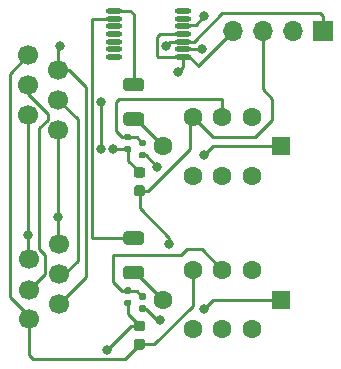
<source format=gbr>
%TF.GenerationSoftware,KiCad,Pcbnew,(5.1.9-0-10_14)*%
%TF.CreationDate,2021-07-01T16:45:12-07:00*%
%TF.ProjectId,vantroller_v5_display,76616e74-726f-46c6-9c65-725f76355f64,rev?*%
%TF.SameCoordinates,Original*%
%TF.FileFunction,Copper,L1,Top*%
%TF.FilePolarity,Positive*%
%FSLAX46Y46*%
G04 Gerber Fmt 4.6, Leading zero omitted, Abs format (unit mm)*
G04 Created by KiCad (PCBNEW (5.1.9-0-10_14)) date 2021-07-01 16:45:12*
%MOMM*%
%LPD*%
G01*
G04 APERTURE LIST*
%TA.AperFunction,SMDPad,CuDef*%
%ADD10O,1.400000X0.449999*%
%TD*%
%TA.AperFunction,ComponentPad*%
%ADD11C,1.600000*%
%TD*%
%TA.AperFunction,ComponentPad*%
%ADD12R,1.600000X1.600000*%
%TD*%
%TA.AperFunction,ComponentPad*%
%ADD13O,1.700000X1.700000*%
%TD*%
%TA.AperFunction,ComponentPad*%
%ADD14R,1.700000X1.700000*%
%TD*%
%TA.AperFunction,ComponentPad*%
%ADD15C,1.700000*%
%TD*%
%TA.AperFunction,ViaPad*%
%ADD16C,0.800000*%
%TD*%
%TA.AperFunction,Conductor*%
%ADD17C,0.250000*%
%TD*%
G04 APERTURE END LIST*
D10*
%TO.P,U1,1*%
%TO.N,+3V3*%
X76950002Y-34700001D03*
%TO.P,U1,2*%
%TO.N,/SCL*%
X76950002Y-34050000D03*
%TO.P,U1,3*%
%TO.N,/SDA*%
X76950002Y-33400001D03*
%TO.P,U1,4*%
%TO.N,+3V3*%
X76950002Y-32750000D03*
%TO.P,U1,5*%
%TO.N,GND*%
X76950002Y-32100001D03*
%TO.P,U1,6*%
%TO.N,Net-(U1-Pad6)*%
X76950002Y-31450000D03*
%TO.P,U1,7*%
%TO.N,Net-(U1-Pad7)*%
X76950002Y-30800001D03*
%TO.P,U1,8*%
%TO.N,/BUTTON1_LED*%
X71050001Y-30800001D03*
%TO.P,U1,9*%
%TO.N,/BUTTON2_LED*%
X71050001Y-31450000D03*
%TO.P,U1,10*%
%TO.N,Net-(U1-Pad10)*%
X71050001Y-32100001D03*
%TO.P,U1,11*%
%TO.N,Net-(U1-Pad11)*%
X71050001Y-32750000D03*
%TO.P,U1,12*%
%TO.N,Net-(U1-Pad12)*%
X71050001Y-33400001D03*
%TO.P,U1,13*%
%TO.N,Net-(U1-Pad13)*%
X71050001Y-34050000D03*
%TO.P,U1,14*%
%TO.N,Net-(U1-Pad14)*%
X71050001Y-34700001D03*
%TD*%
D11*
%TO.P,S2,1*%
%TO.N,Net-(S2-Pad1)*%
X82750000Y-52750000D03*
%TO.P,S2,2*%
%TO.N,Net-(R5-Pad1)*%
X80250000Y-52750000D03*
%TO.P,S2,3*%
%TO.N,GND*%
X77750000Y-52750000D03*
%TO.P,S2,4*%
%TO.N,Net-(S2-Pad4)*%
X82750000Y-57750000D03*
%TO.P,S2,5*%
%TO.N,Net-(S2-Pad5)*%
X80250000Y-57750000D03*
%TO.P,S2,6*%
%TO.N,Net-(S2-Pad6)*%
X77750000Y-57750000D03*
D12*
%TO.P,S2,L1*%
%TO.N,+3V3*%
X85250000Y-55250000D03*
D11*
%TO.P,S2,L2*%
%TO.N,Net-(R4-Pad2)*%
X75250000Y-55250000D03*
%TD*%
%TO.P,S1,1*%
%TO.N,Net-(S1-Pad1)*%
X82750000Y-39750000D03*
%TO.P,S1,2*%
%TO.N,Net-(R2-Pad1)*%
X80250000Y-39750000D03*
%TO.P,S1,3*%
%TO.N,GND*%
X77750000Y-39750000D03*
%TO.P,S1,4*%
%TO.N,Net-(S1-Pad4)*%
X82750000Y-44750000D03*
%TO.P,S1,5*%
%TO.N,Net-(S1-Pad5)*%
X80250000Y-44750000D03*
%TO.P,S1,6*%
%TO.N,Net-(S1-Pad6)*%
X77750000Y-44750000D03*
D12*
%TO.P,S1,L1*%
%TO.N,+3V3*%
X85250000Y-42250000D03*
D11*
%TO.P,S1,L2*%
%TO.N,Net-(R1-Pad2)*%
X75250000Y-42250000D03*
%TD*%
%TO.P,R6,2*%
%TO.N,Net-(R5-Pad1)*%
%TA.AperFunction,SMDPad,CuDef*%
G36*
G01*
X72435000Y-54760000D02*
X72065000Y-54760000D01*
G75*
G02*
X71930000Y-54625000I0J135000D01*
G01*
X71930000Y-54355000D01*
G75*
G02*
X72065000Y-54220000I135000J0D01*
G01*
X72435000Y-54220000D01*
G75*
G02*
X72570000Y-54355000I0J-135000D01*
G01*
X72570000Y-54625000D01*
G75*
G02*
X72435000Y-54760000I-135000J0D01*
G01*
G37*
%TD.AperFunction*%
%TO.P,R6,1*%
%TO.N,/BUTTON2*%
%TA.AperFunction,SMDPad,CuDef*%
G36*
G01*
X72435000Y-55780000D02*
X72065000Y-55780000D01*
G75*
G02*
X71930000Y-55645000I0J135000D01*
G01*
X71930000Y-55375000D01*
G75*
G02*
X72065000Y-55240000I135000J0D01*
G01*
X72435000Y-55240000D01*
G75*
G02*
X72570000Y-55375000I0J-135000D01*
G01*
X72570000Y-55645000D01*
G75*
G02*
X72435000Y-55780000I-135000J0D01*
G01*
G37*
%TD.AperFunction*%
%TD*%
%TO.P,R5,2*%
%TO.N,+3V3*%
%TA.AperFunction,SMDPad,CuDef*%
G36*
G01*
X73315000Y-55740000D02*
X73685000Y-55740000D01*
G75*
G02*
X73820000Y-55875000I0J-135000D01*
G01*
X73820000Y-56145000D01*
G75*
G02*
X73685000Y-56280000I-135000J0D01*
G01*
X73315000Y-56280000D01*
G75*
G02*
X73180000Y-56145000I0J135000D01*
G01*
X73180000Y-55875000D01*
G75*
G02*
X73315000Y-55740000I135000J0D01*
G01*
G37*
%TD.AperFunction*%
%TO.P,R5,1*%
%TO.N,Net-(R5-Pad1)*%
%TA.AperFunction,SMDPad,CuDef*%
G36*
G01*
X73315000Y-54720000D02*
X73685000Y-54720000D01*
G75*
G02*
X73820000Y-54855000I0J-135000D01*
G01*
X73820000Y-55125000D01*
G75*
G02*
X73685000Y-55260000I-135000J0D01*
G01*
X73315000Y-55260000D01*
G75*
G02*
X73180000Y-55125000I0J135000D01*
G01*
X73180000Y-54855000D01*
G75*
G02*
X73315000Y-54720000I135000J0D01*
G01*
G37*
%TD.AperFunction*%
%TD*%
%TO.P,R4,2*%
%TO.N,Net-(R4-Pad2)*%
%TA.AperFunction,SMDPad,CuDef*%
G36*
G01*
X72124999Y-52400000D02*
X73375001Y-52400000D01*
G75*
G02*
X73625000Y-52649999I0J-249999D01*
G01*
X73625000Y-53275001D01*
G75*
G02*
X73375001Y-53525000I-249999J0D01*
G01*
X72124999Y-53525000D01*
G75*
G02*
X71875000Y-53275001I0J249999D01*
G01*
X71875000Y-52649999D01*
G75*
G02*
X72124999Y-52400000I249999J0D01*
G01*
G37*
%TD.AperFunction*%
%TO.P,R4,1*%
%TO.N,/BUTTON2_LED*%
%TA.AperFunction,SMDPad,CuDef*%
G36*
G01*
X72124999Y-49475000D02*
X73375001Y-49475000D01*
G75*
G02*
X73625000Y-49724999I0J-249999D01*
G01*
X73625000Y-50350001D01*
G75*
G02*
X73375001Y-50600000I-249999J0D01*
G01*
X72124999Y-50600000D01*
G75*
G02*
X71875000Y-50350001I0J249999D01*
G01*
X71875000Y-49724999D01*
G75*
G02*
X72124999Y-49475000I249999J0D01*
G01*
G37*
%TD.AperFunction*%
%TD*%
%TO.P,R3,2*%
%TO.N,Net-(R2-Pad1)*%
%TA.AperFunction,SMDPad,CuDef*%
G36*
G01*
X72435000Y-41760000D02*
X72065000Y-41760000D01*
G75*
G02*
X71930000Y-41625000I0J135000D01*
G01*
X71930000Y-41355000D01*
G75*
G02*
X72065000Y-41220000I135000J0D01*
G01*
X72435000Y-41220000D01*
G75*
G02*
X72570000Y-41355000I0J-135000D01*
G01*
X72570000Y-41625000D01*
G75*
G02*
X72435000Y-41760000I-135000J0D01*
G01*
G37*
%TD.AperFunction*%
%TO.P,R3,1*%
%TO.N,/BUTTON1*%
%TA.AperFunction,SMDPad,CuDef*%
G36*
G01*
X72435000Y-42780000D02*
X72065000Y-42780000D01*
G75*
G02*
X71930000Y-42645000I0J135000D01*
G01*
X71930000Y-42375000D01*
G75*
G02*
X72065000Y-42240000I135000J0D01*
G01*
X72435000Y-42240000D01*
G75*
G02*
X72570000Y-42375000I0J-135000D01*
G01*
X72570000Y-42645000D01*
G75*
G02*
X72435000Y-42780000I-135000J0D01*
G01*
G37*
%TD.AperFunction*%
%TD*%
%TO.P,R2,2*%
%TO.N,+3V3*%
%TA.AperFunction,SMDPad,CuDef*%
G36*
G01*
X73315000Y-42740000D02*
X73685000Y-42740000D01*
G75*
G02*
X73820000Y-42875000I0J-135000D01*
G01*
X73820000Y-43145000D01*
G75*
G02*
X73685000Y-43280000I-135000J0D01*
G01*
X73315000Y-43280000D01*
G75*
G02*
X73180000Y-43145000I0J135000D01*
G01*
X73180000Y-42875000D01*
G75*
G02*
X73315000Y-42740000I135000J0D01*
G01*
G37*
%TD.AperFunction*%
%TO.P,R2,1*%
%TO.N,Net-(R2-Pad1)*%
%TA.AperFunction,SMDPad,CuDef*%
G36*
G01*
X73315000Y-41720000D02*
X73685000Y-41720000D01*
G75*
G02*
X73820000Y-41855000I0J-135000D01*
G01*
X73820000Y-42125000D01*
G75*
G02*
X73685000Y-42260000I-135000J0D01*
G01*
X73315000Y-42260000D01*
G75*
G02*
X73180000Y-42125000I0J135000D01*
G01*
X73180000Y-41855000D01*
G75*
G02*
X73315000Y-41720000I135000J0D01*
G01*
G37*
%TD.AperFunction*%
%TD*%
%TO.P,R1,2*%
%TO.N,Net-(R1-Pad2)*%
%TA.AperFunction,SMDPad,CuDef*%
G36*
G01*
X72124999Y-39400000D02*
X73375001Y-39400000D01*
G75*
G02*
X73625000Y-39649999I0J-249999D01*
G01*
X73625000Y-40275001D01*
G75*
G02*
X73375001Y-40525000I-249999J0D01*
G01*
X72124999Y-40525000D01*
G75*
G02*
X71875000Y-40275001I0J249999D01*
G01*
X71875000Y-39649999D01*
G75*
G02*
X72124999Y-39400000I249999J0D01*
G01*
G37*
%TD.AperFunction*%
%TO.P,R1,1*%
%TO.N,/BUTTON1_LED*%
%TA.AperFunction,SMDPad,CuDef*%
G36*
G01*
X72124999Y-36475000D02*
X73375001Y-36475000D01*
G75*
G02*
X73625000Y-36724999I0J-249999D01*
G01*
X73625000Y-37350001D01*
G75*
G02*
X73375001Y-37600000I-249999J0D01*
G01*
X72124999Y-37600000D01*
G75*
G02*
X71875000Y-37350001I0J249999D01*
G01*
X71875000Y-36724999D01*
G75*
G02*
X72124999Y-36475000I249999J0D01*
G01*
G37*
%TD.AperFunction*%
%TD*%
D13*
%TO.P,J3,4*%
%TO.N,+3V3*%
X81130000Y-32500000D03*
%TO.P,J3,3*%
%TO.N,GND*%
X83670000Y-32500000D03*
%TO.P,J3,2*%
%TO.N,/SCL*%
X86210000Y-32500000D03*
D14*
%TO.P,J3,1*%
%TO.N,/SDA*%
X88750000Y-32500000D03*
%TD*%
D15*
%TO.P,J2,6*%
%TO.N,+3V3*%
X66440000Y-50575000D03*
%TO.P,J2,4*%
%TO.N,/BUTTON1*%
X66440000Y-53115000D03*
%TO.P,J2,2*%
%TO.N,/SDA*%
X66440000Y-55655000D03*
%TO.P,J2,5*%
%TO.N,/BUTTON2*%
X63900000Y-51845000D03*
%TO.P,J2,3*%
%TO.N,/SCL*%
X63900000Y-54405000D03*
%TO.P,J2,1*%
%TO.N,GND*%
X63900000Y-56925000D03*
%TD*%
%TO.P,J1,6*%
%TO.N,+3V3*%
X66379999Y-40864999D03*
%TO.P,J1,4*%
%TO.N,/BUTTON1*%
X66379999Y-38324999D03*
%TO.P,J1,2*%
%TO.N,/SDA*%
X66379999Y-35784999D03*
%TO.P,J1,5*%
%TO.N,/BUTTON2*%
X63839999Y-39594999D03*
%TO.P,J1,3*%
%TO.N,/SCL*%
X63839999Y-37034999D03*
%TO.P,J1,1*%
%TO.N,GND*%
X63839999Y-34514999D03*
%TD*%
%TO.P,C2,2*%
%TO.N,/BUTTON2*%
%TA.AperFunction,SMDPad,CuDef*%
G36*
G01*
X73500000Y-57925000D02*
X73000000Y-57925000D01*
G75*
G02*
X72775000Y-57700000I0J225000D01*
G01*
X72775000Y-57250000D01*
G75*
G02*
X73000000Y-57025000I225000J0D01*
G01*
X73500000Y-57025000D01*
G75*
G02*
X73725000Y-57250000I0J-225000D01*
G01*
X73725000Y-57700000D01*
G75*
G02*
X73500000Y-57925000I-225000J0D01*
G01*
G37*
%TD.AperFunction*%
%TO.P,C2,1*%
%TO.N,GND*%
%TA.AperFunction,SMDPad,CuDef*%
G36*
G01*
X73500000Y-59475000D02*
X73000000Y-59475000D01*
G75*
G02*
X72775000Y-59250000I0J225000D01*
G01*
X72775000Y-58800000D01*
G75*
G02*
X73000000Y-58575000I225000J0D01*
G01*
X73500000Y-58575000D01*
G75*
G02*
X73725000Y-58800000I0J-225000D01*
G01*
X73725000Y-59250000D01*
G75*
G02*
X73500000Y-59475000I-225000J0D01*
G01*
G37*
%TD.AperFunction*%
%TD*%
%TO.P,C1,2*%
%TO.N,/BUTTON1*%
%TA.AperFunction,SMDPad,CuDef*%
G36*
G01*
X73500000Y-44925000D02*
X73000000Y-44925000D01*
G75*
G02*
X72775000Y-44700000I0J225000D01*
G01*
X72775000Y-44250000D01*
G75*
G02*
X73000000Y-44025000I225000J0D01*
G01*
X73500000Y-44025000D01*
G75*
G02*
X73725000Y-44250000I0J-225000D01*
G01*
X73725000Y-44700000D01*
G75*
G02*
X73500000Y-44925000I-225000J0D01*
G01*
G37*
%TD.AperFunction*%
%TO.P,C1,1*%
%TO.N,GND*%
%TA.AperFunction,SMDPad,CuDef*%
G36*
G01*
X73500000Y-46475000D02*
X73000000Y-46475000D01*
G75*
G02*
X72775000Y-46250000I0J225000D01*
G01*
X72775000Y-45800000D01*
G75*
G02*
X73000000Y-45575000I225000J0D01*
G01*
X73500000Y-45575000D01*
G75*
G02*
X73725000Y-45800000I0J-225000D01*
G01*
X73725000Y-46250000D01*
G75*
G02*
X73500000Y-46475000I-225000J0D01*
G01*
G37*
%TD.AperFunction*%
%TD*%
D16*
%TO.N,/BUTTON1*%
X71000000Y-42500000D03*
X70000000Y-42500000D03*
X70000000Y-38500000D03*
%TO.N,GND*%
X75750000Y-50500000D03*
X78750000Y-31250000D03*
%TO.N,/BUTTON2*%
X63839999Y-49750000D03*
X70500000Y-59500000D03*
%TO.N,+3V3*%
X78750000Y-56000000D03*
X75000000Y-57000000D03*
X74750000Y-44000000D03*
X78750000Y-43000000D03*
X76500000Y-36000000D03*
X66379999Y-48250000D03*
%TO.N,/SDA*%
X75500000Y-33750000D03*
X66500000Y-33750000D03*
%TO.N,/SCL*%
X78500000Y-34000000D03*
%TD*%
D17*
%TO.N,/BUTTON1*%
X66440000Y-53115000D02*
X66885000Y-53115000D01*
X68000000Y-39945000D02*
X66379999Y-38324999D01*
X68000000Y-52000000D02*
X68000000Y-39945000D01*
X66885000Y-53115000D02*
X68000000Y-52000000D01*
X72250000Y-42510000D02*
X72250000Y-43475000D01*
X72250000Y-43475000D02*
X73250000Y-44475000D01*
X71010000Y-42510000D02*
X72250000Y-42510000D01*
X71000000Y-42500000D02*
X71010000Y-42510000D01*
X70000000Y-38500000D02*
X70000000Y-42500000D01*
%TO.N,GND*%
X63900000Y-56925000D02*
X63900000Y-56650000D01*
X62250000Y-36104998D02*
X63839999Y-34514999D01*
X62250000Y-55000000D02*
X62250000Y-45250000D01*
X62250000Y-45250000D02*
X62250000Y-36104998D01*
X63900000Y-56650000D02*
X62250000Y-55000000D01*
X73250000Y-59025000D02*
X74475000Y-59025000D01*
X77750000Y-55750000D02*
X77750000Y-52750000D01*
X74475000Y-59025000D02*
X77750000Y-55750000D01*
X73250000Y-46025000D02*
X73975000Y-46025000D01*
X77500000Y-40000000D02*
X77750000Y-39750000D01*
X77500000Y-42500000D02*
X77500000Y-40000000D01*
X73975000Y-46025000D02*
X77500000Y-42500000D01*
X73250000Y-46025000D02*
X73250000Y-47500000D01*
X75750000Y-50000000D02*
X75750000Y-50500000D01*
X73250000Y-47500000D02*
X75750000Y-50000000D01*
X77050003Y-32000000D02*
X76950002Y-32100001D01*
X78000000Y-32000000D02*
X77050003Y-32000000D01*
X78750000Y-31250000D02*
X78000000Y-32000000D01*
X83670000Y-32500000D02*
X83670000Y-37420000D01*
X79500000Y-41500000D02*
X77750000Y-39750000D01*
X83000000Y-41500000D02*
X79500000Y-41500000D01*
X84500000Y-40000000D02*
X83000000Y-41500000D01*
X84500000Y-38250000D02*
X84500000Y-40000000D01*
X83670000Y-37420000D02*
X84500000Y-38250000D01*
X63900000Y-56925000D02*
X63900000Y-59900000D01*
X72025000Y-60250000D02*
X73250000Y-59025000D01*
X64250000Y-60250000D02*
X72025000Y-60250000D01*
X63900000Y-59900000D02*
X64250000Y-60250000D01*
%TO.N,/BUTTON2*%
X63839999Y-39594999D02*
X63839999Y-44750000D01*
X63839999Y-44750000D02*
X63839999Y-49750000D01*
X63839999Y-49750000D02*
X63839999Y-51784999D01*
X63839999Y-51784999D02*
X63900000Y-51845000D01*
X72250000Y-55510000D02*
X72250000Y-56475000D01*
X72250000Y-56475000D02*
X73250000Y-57475000D01*
X73250000Y-57475000D02*
X72525000Y-57475000D01*
X70500000Y-59500000D02*
X72525000Y-57475000D01*
%TO.N,+3V3*%
X66379999Y-40864999D02*
X66379999Y-48250000D01*
X66379999Y-48250000D02*
X66379999Y-50514999D01*
X66379999Y-50514999D02*
X66440000Y-50575000D01*
X73500000Y-56010000D02*
X73760000Y-56010000D01*
X79500000Y-55250000D02*
X85250000Y-55250000D01*
X78750000Y-56000000D02*
X79500000Y-55250000D01*
X74750000Y-57000000D02*
X75000000Y-57000000D01*
X73760000Y-56010000D02*
X74750000Y-57000000D01*
X73500000Y-43010000D02*
X73760000Y-43010000D01*
X73760000Y-43010000D02*
X74750000Y-44000000D01*
X79500000Y-42250000D02*
X85250000Y-42250000D01*
X78750000Y-43000000D02*
X79500000Y-42250000D01*
X76950002Y-35549998D02*
X76950002Y-34700001D01*
X76500000Y-36000000D02*
X76950002Y-35549998D01*
X76950002Y-34700001D02*
X77450001Y-34700001D01*
X78250000Y-35380000D02*
X81130000Y-32500000D01*
X78250000Y-35500000D02*
X78250000Y-35380000D01*
X77450001Y-34700001D02*
X78250000Y-35500000D01*
X76950002Y-34700001D02*
X74799999Y-34700001D01*
X75000000Y-32750000D02*
X76950002Y-32750000D01*
X74750000Y-33000000D02*
X75000000Y-32750000D01*
X74750000Y-34650002D02*
X74750000Y-33000000D01*
X74799999Y-34700001D02*
X74750000Y-34650002D01*
%TO.N,/SDA*%
X66379999Y-35784999D02*
X67284999Y-35784999D01*
X68750000Y-53345000D02*
X66440000Y-55655000D01*
X68750000Y-37250000D02*
X68750000Y-53345000D01*
X67284999Y-35784999D02*
X68750000Y-37250000D01*
X66379999Y-35784999D02*
X66379999Y-33870001D01*
X75849999Y-33400001D02*
X76950002Y-33400001D01*
X75500000Y-33750000D02*
X75849999Y-33400001D01*
X66379999Y-33870001D02*
X66500000Y-33750000D01*
X76950002Y-33400001D02*
X77849999Y-33400001D01*
X88750000Y-31250000D02*
X88750000Y-32500000D01*
X88500000Y-31000000D02*
X88750000Y-31250000D01*
X80250000Y-31000000D02*
X88500000Y-31000000D01*
X77849999Y-33400001D02*
X80250000Y-31000000D01*
%TO.N,/SCL*%
X63839999Y-37034999D02*
X63839999Y-37839999D01*
X65250000Y-53055000D02*
X63900000Y-54405000D01*
X65250000Y-51500000D02*
X65250000Y-53055000D01*
X64750000Y-51000000D02*
X65250000Y-51500000D01*
X64750000Y-40750000D02*
X64750000Y-51000000D01*
X65500000Y-40000000D02*
X64750000Y-40750000D01*
X65500000Y-39500000D02*
X65500000Y-40000000D01*
X63839999Y-37839999D02*
X65500000Y-39500000D01*
X76950002Y-34050000D02*
X78450000Y-34050000D01*
X78450000Y-34050000D02*
X78500000Y-34000000D01*
%TO.N,Net-(R1-Pad2)*%
X72750000Y-39962500D02*
X72962500Y-39962500D01*
X72962500Y-39962500D02*
X75250000Y-42250000D01*
%TO.N,/BUTTON1_LED*%
X71050001Y-30800001D02*
X72449999Y-30800001D01*
X72750000Y-31100002D02*
X72750000Y-37037500D01*
X72449999Y-30800001D02*
X72750000Y-31100002D01*
%TO.N,Net-(R2-Pad1)*%
X72250000Y-41490000D02*
X73000000Y-41490000D01*
X73000000Y-41490000D02*
X73500000Y-41990000D01*
X72250000Y-41490000D02*
X71740000Y-41490000D01*
X80250000Y-38250000D02*
X80250000Y-39750000D01*
X71500000Y-38250000D02*
X80250000Y-38250000D01*
X71250000Y-38500000D02*
X71500000Y-38250000D01*
X71250000Y-41000000D02*
X71250000Y-38500000D01*
X71740000Y-41490000D02*
X71250000Y-41000000D01*
%TO.N,Net-(R4-Pad2)*%
X72750000Y-52962500D02*
X72962500Y-52962500D01*
X72962500Y-52962500D02*
X75250000Y-55250000D01*
%TO.N,/BUTTON2_LED*%
X72750000Y-50037500D02*
X69287500Y-50037500D01*
X69300000Y-31450000D02*
X71050001Y-31450000D01*
X69250000Y-31500000D02*
X69300000Y-31450000D01*
X69250000Y-50000000D02*
X69250000Y-31500000D01*
X69287500Y-50037500D02*
X69250000Y-50000000D01*
%TO.N,Net-(R5-Pad1)*%
X72250000Y-54490000D02*
X73000000Y-54490000D01*
X73000000Y-54490000D02*
X73500000Y-54990000D01*
X72250000Y-54490000D02*
X71740000Y-54490000D01*
X78500000Y-51000000D02*
X80250000Y-52750000D01*
X77250000Y-51000000D02*
X78500000Y-51000000D01*
X76750000Y-51500000D02*
X77250000Y-51000000D01*
X71000000Y-51500000D02*
X76750000Y-51500000D01*
X71000000Y-53750000D02*
X71000000Y-51500000D01*
X71740000Y-54490000D02*
X71000000Y-53750000D01*
%TD*%
M02*

</source>
